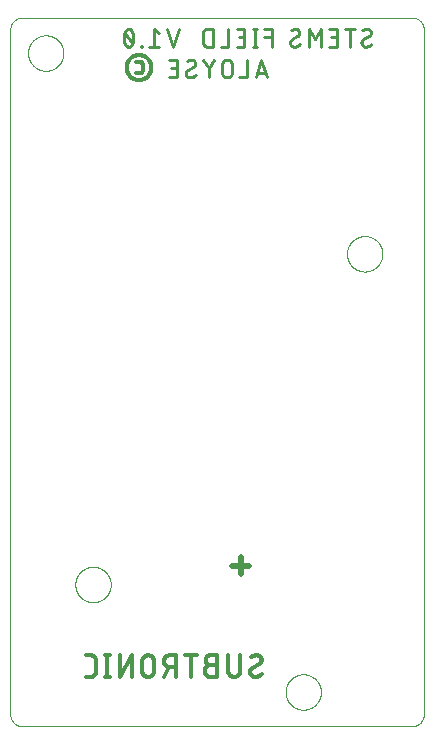
<source format=gbo>
G75*
%MOIN*%
%OFA0B0*%
%FSLAX25Y25*%
%IPPOS*%
%LPD*%
%AMOC8*
5,1,8,0,0,1.08239X$1,22.5*
%
%ADD10C,0.00000*%
%ADD11C,0.01400*%
%ADD12C,0.01100*%
%ADD13C,0.02000*%
%ADD14C,0.01200*%
D10*
X0007206Y0016861D02*
X0137127Y0016861D01*
X0137251Y0016863D01*
X0137374Y0016869D01*
X0137498Y0016878D01*
X0137620Y0016892D01*
X0137743Y0016909D01*
X0137865Y0016931D01*
X0137986Y0016956D01*
X0138106Y0016985D01*
X0138225Y0017017D01*
X0138344Y0017054D01*
X0138461Y0017094D01*
X0138576Y0017137D01*
X0138691Y0017185D01*
X0138803Y0017236D01*
X0138914Y0017290D01*
X0139024Y0017348D01*
X0139131Y0017409D01*
X0139237Y0017474D01*
X0139340Y0017542D01*
X0139441Y0017613D01*
X0139540Y0017687D01*
X0139637Y0017764D01*
X0139731Y0017845D01*
X0139822Y0017928D01*
X0139911Y0018014D01*
X0139997Y0018103D01*
X0140080Y0018194D01*
X0140161Y0018288D01*
X0140238Y0018385D01*
X0140312Y0018484D01*
X0140383Y0018585D01*
X0140451Y0018688D01*
X0140516Y0018794D01*
X0140577Y0018901D01*
X0140635Y0019011D01*
X0140689Y0019122D01*
X0140740Y0019234D01*
X0140788Y0019349D01*
X0140831Y0019464D01*
X0140871Y0019581D01*
X0140908Y0019700D01*
X0140940Y0019819D01*
X0140969Y0019939D01*
X0140994Y0020060D01*
X0141016Y0020182D01*
X0141033Y0020305D01*
X0141047Y0020427D01*
X0141056Y0020551D01*
X0141062Y0020674D01*
X0141064Y0020798D01*
X0141064Y0249145D01*
X0141062Y0249269D01*
X0141056Y0249392D01*
X0141047Y0249516D01*
X0141033Y0249638D01*
X0141016Y0249761D01*
X0140994Y0249883D01*
X0140969Y0250004D01*
X0140940Y0250124D01*
X0140908Y0250243D01*
X0140871Y0250362D01*
X0140831Y0250479D01*
X0140788Y0250594D01*
X0140740Y0250709D01*
X0140689Y0250821D01*
X0140635Y0250932D01*
X0140577Y0251042D01*
X0140516Y0251149D01*
X0140451Y0251255D01*
X0140383Y0251358D01*
X0140312Y0251459D01*
X0140238Y0251558D01*
X0140161Y0251655D01*
X0140080Y0251749D01*
X0139997Y0251840D01*
X0139911Y0251929D01*
X0139822Y0252015D01*
X0139731Y0252098D01*
X0139637Y0252179D01*
X0139540Y0252256D01*
X0139441Y0252330D01*
X0139340Y0252401D01*
X0139237Y0252469D01*
X0139131Y0252534D01*
X0139024Y0252595D01*
X0138914Y0252653D01*
X0138803Y0252707D01*
X0138691Y0252758D01*
X0138576Y0252806D01*
X0138461Y0252849D01*
X0138344Y0252889D01*
X0138225Y0252926D01*
X0138106Y0252958D01*
X0137986Y0252987D01*
X0137865Y0253012D01*
X0137743Y0253034D01*
X0137620Y0253051D01*
X0137498Y0253065D01*
X0137374Y0253074D01*
X0137251Y0253080D01*
X0137127Y0253082D01*
X0007206Y0253082D01*
X0007082Y0253080D01*
X0006959Y0253074D01*
X0006835Y0253065D01*
X0006713Y0253051D01*
X0006590Y0253034D01*
X0006468Y0253012D01*
X0006347Y0252987D01*
X0006227Y0252958D01*
X0006108Y0252926D01*
X0005989Y0252889D01*
X0005872Y0252849D01*
X0005757Y0252806D01*
X0005642Y0252758D01*
X0005530Y0252707D01*
X0005419Y0252653D01*
X0005309Y0252595D01*
X0005202Y0252534D01*
X0005096Y0252469D01*
X0004993Y0252401D01*
X0004892Y0252330D01*
X0004793Y0252256D01*
X0004696Y0252179D01*
X0004602Y0252098D01*
X0004511Y0252015D01*
X0004422Y0251929D01*
X0004336Y0251840D01*
X0004253Y0251749D01*
X0004172Y0251655D01*
X0004095Y0251558D01*
X0004021Y0251459D01*
X0003950Y0251358D01*
X0003882Y0251255D01*
X0003817Y0251149D01*
X0003756Y0251042D01*
X0003698Y0250932D01*
X0003644Y0250821D01*
X0003593Y0250709D01*
X0003545Y0250594D01*
X0003502Y0250479D01*
X0003462Y0250362D01*
X0003425Y0250243D01*
X0003393Y0250124D01*
X0003364Y0250004D01*
X0003339Y0249883D01*
X0003317Y0249761D01*
X0003300Y0249638D01*
X0003286Y0249516D01*
X0003277Y0249392D01*
X0003271Y0249269D01*
X0003269Y0249145D01*
X0003269Y0020798D01*
X0003271Y0020674D01*
X0003277Y0020551D01*
X0003286Y0020427D01*
X0003300Y0020305D01*
X0003317Y0020182D01*
X0003339Y0020060D01*
X0003364Y0019939D01*
X0003393Y0019819D01*
X0003425Y0019700D01*
X0003462Y0019581D01*
X0003502Y0019464D01*
X0003545Y0019349D01*
X0003593Y0019234D01*
X0003644Y0019122D01*
X0003698Y0019011D01*
X0003756Y0018901D01*
X0003817Y0018794D01*
X0003882Y0018688D01*
X0003950Y0018585D01*
X0004021Y0018484D01*
X0004095Y0018385D01*
X0004172Y0018288D01*
X0004253Y0018194D01*
X0004336Y0018103D01*
X0004422Y0018014D01*
X0004511Y0017928D01*
X0004602Y0017845D01*
X0004696Y0017764D01*
X0004793Y0017687D01*
X0004892Y0017613D01*
X0004993Y0017542D01*
X0005096Y0017474D01*
X0005202Y0017409D01*
X0005309Y0017348D01*
X0005419Y0017290D01*
X0005530Y0017236D01*
X0005642Y0017185D01*
X0005757Y0017137D01*
X0005872Y0017094D01*
X0005989Y0017054D01*
X0006108Y0017017D01*
X0006227Y0016985D01*
X0006347Y0016956D01*
X0006468Y0016931D01*
X0006590Y0016909D01*
X0006713Y0016892D01*
X0006835Y0016878D01*
X0006959Y0016869D01*
X0007082Y0016863D01*
X0007206Y0016861D01*
X0024922Y0064106D02*
X0024924Y0064259D01*
X0024930Y0064413D01*
X0024940Y0064566D01*
X0024954Y0064718D01*
X0024972Y0064871D01*
X0024994Y0065022D01*
X0025019Y0065173D01*
X0025049Y0065324D01*
X0025083Y0065474D01*
X0025120Y0065622D01*
X0025161Y0065770D01*
X0025206Y0065916D01*
X0025255Y0066062D01*
X0025308Y0066206D01*
X0025364Y0066348D01*
X0025424Y0066489D01*
X0025488Y0066629D01*
X0025555Y0066767D01*
X0025626Y0066903D01*
X0025701Y0067037D01*
X0025778Y0067169D01*
X0025860Y0067299D01*
X0025944Y0067427D01*
X0026032Y0067553D01*
X0026123Y0067676D01*
X0026217Y0067797D01*
X0026315Y0067915D01*
X0026415Y0068031D01*
X0026519Y0068144D01*
X0026625Y0068255D01*
X0026734Y0068363D01*
X0026846Y0068468D01*
X0026960Y0068569D01*
X0027078Y0068668D01*
X0027197Y0068764D01*
X0027319Y0068857D01*
X0027444Y0068946D01*
X0027571Y0069033D01*
X0027700Y0069115D01*
X0027831Y0069195D01*
X0027964Y0069271D01*
X0028099Y0069344D01*
X0028236Y0069413D01*
X0028375Y0069478D01*
X0028515Y0069540D01*
X0028657Y0069598D01*
X0028800Y0069653D01*
X0028945Y0069704D01*
X0029091Y0069751D01*
X0029238Y0069794D01*
X0029386Y0069833D01*
X0029535Y0069869D01*
X0029685Y0069900D01*
X0029836Y0069928D01*
X0029987Y0069952D01*
X0030140Y0069972D01*
X0030292Y0069988D01*
X0030445Y0070000D01*
X0030598Y0070008D01*
X0030751Y0070012D01*
X0030905Y0070012D01*
X0031058Y0070008D01*
X0031211Y0070000D01*
X0031364Y0069988D01*
X0031516Y0069972D01*
X0031669Y0069952D01*
X0031820Y0069928D01*
X0031971Y0069900D01*
X0032121Y0069869D01*
X0032270Y0069833D01*
X0032418Y0069794D01*
X0032565Y0069751D01*
X0032711Y0069704D01*
X0032856Y0069653D01*
X0032999Y0069598D01*
X0033141Y0069540D01*
X0033281Y0069478D01*
X0033420Y0069413D01*
X0033557Y0069344D01*
X0033692Y0069271D01*
X0033825Y0069195D01*
X0033956Y0069115D01*
X0034085Y0069033D01*
X0034212Y0068946D01*
X0034337Y0068857D01*
X0034459Y0068764D01*
X0034578Y0068668D01*
X0034696Y0068569D01*
X0034810Y0068468D01*
X0034922Y0068363D01*
X0035031Y0068255D01*
X0035137Y0068144D01*
X0035241Y0068031D01*
X0035341Y0067915D01*
X0035439Y0067797D01*
X0035533Y0067676D01*
X0035624Y0067553D01*
X0035712Y0067427D01*
X0035796Y0067299D01*
X0035878Y0067169D01*
X0035955Y0067037D01*
X0036030Y0066903D01*
X0036101Y0066767D01*
X0036168Y0066629D01*
X0036232Y0066489D01*
X0036292Y0066348D01*
X0036348Y0066206D01*
X0036401Y0066062D01*
X0036450Y0065916D01*
X0036495Y0065770D01*
X0036536Y0065622D01*
X0036573Y0065474D01*
X0036607Y0065324D01*
X0036637Y0065173D01*
X0036662Y0065022D01*
X0036684Y0064871D01*
X0036702Y0064718D01*
X0036716Y0064566D01*
X0036726Y0064413D01*
X0036732Y0064259D01*
X0036734Y0064106D01*
X0036732Y0063953D01*
X0036726Y0063799D01*
X0036716Y0063646D01*
X0036702Y0063494D01*
X0036684Y0063341D01*
X0036662Y0063190D01*
X0036637Y0063039D01*
X0036607Y0062888D01*
X0036573Y0062738D01*
X0036536Y0062590D01*
X0036495Y0062442D01*
X0036450Y0062296D01*
X0036401Y0062150D01*
X0036348Y0062006D01*
X0036292Y0061864D01*
X0036232Y0061723D01*
X0036168Y0061583D01*
X0036101Y0061445D01*
X0036030Y0061309D01*
X0035955Y0061175D01*
X0035878Y0061043D01*
X0035796Y0060913D01*
X0035712Y0060785D01*
X0035624Y0060659D01*
X0035533Y0060536D01*
X0035439Y0060415D01*
X0035341Y0060297D01*
X0035241Y0060181D01*
X0035137Y0060068D01*
X0035031Y0059957D01*
X0034922Y0059849D01*
X0034810Y0059744D01*
X0034696Y0059643D01*
X0034578Y0059544D01*
X0034459Y0059448D01*
X0034337Y0059355D01*
X0034212Y0059266D01*
X0034085Y0059179D01*
X0033956Y0059097D01*
X0033825Y0059017D01*
X0033692Y0058941D01*
X0033557Y0058868D01*
X0033420Y0058799D01*
X0033281Y0058734D01*
X0033141Y0058672D01*
X0032999Y0058614D01*
X0032856Y0058559D01*
X0032711Y0058508D01*
X0032565Y0058461D01*
X0032418Y0058418D01*
X0032270Y0058379D01*
X0032121Y0058343D01*
X0031971Y0058312D01*
X0031820Y0058284D01*
X0031669Y0058260D01*
X0031516Y0058240D01*
X0031364Y0058224D01*
X0031211Y0058212D01*
X0031058Y0058204D01*
X0030905Y0058200D01*
X0030751Y0058200D01*
X0030598Y0058204D01*
X0030445Y0058212D01*
X0030292Y0058224D01*
X0030140Y0058240D01*
X0029987Y0058260D01*
X0029836Y0058284D01*
X0029685Y0058312D01*
X0029535Y0058343D01*
X0029386Y0058379D01*
X0029238Y0058418D01*
X0029091Y0058461D01*
X0028945Y0058508D01*
X0028800Y0058559D01*
X0028657Y0058614D01*
X0028515Y0058672D01*
X0028375Y0058734D01*
X0028236Y0058799D01*
X0028099Y0058868D01*
X0027964Y0058941D01*
X0027831Y0059017D01*
X0027700Y0059097D01*
X0027571Y0059179D01*
X0027444Y0059266D01*
X0027319Y0059355D01*
X0027197Y0059448D01*
X0027078Y0059544D01*
X0026960Y0059643D01*
X0026846Y0059744D01*
X0026734Y0059849D01*
X0026625Y0059957D01*
X0026519Y0060068D01*
X0026415Y0060181D01*
X0026315Y0060297D01*
X0026217Y0060415D01*
X0026123Y0060536D01*
X0026032Y0060659D01*
X0025944Y0060785D01*
X0025860Y0060913D01*
X0025778Y0061043D01*
X0025701Y0061175D01*
X0025626Y0061309D01*
X0025555Y0061445D01*
X0025488Y0061583D01*
X0025424Y0061723D01*
X0025364Y0061864D01*
X0025308Y0062006D01*
X0025255Y0062150D01*
X0025206Y0062296D01*
X0025161Y0062442D01*
X0025120Y0062590D01*
X0025083Y0062738D01*
X0025049Y0062888D01*
X0025019Y0063039D01*
X0024994Y0063190D01*
X0024972Y0063341D01*
X0024954Y0063494D01*
X0024940Y0063646D01*
X0024930Y0063799D01*
X0024924Y0063953D01*
X0024922Y0064106D01*
X0095000Y0028279D02*
X0095002Y0028432D01*
X0095008Y0028586D01*
X0095018Y0028739D01*
X0095032Y0028891D01*
X0095050Y0029044D01*
X0095072Y0029195D01*
X0095097Y0029346D01*
X0095127Y0029497D01*
X0095161Y0029647D01*
X0095198Y0029795D01*
X0095239Y0029943D01*
X0095284Y0030089D01*
X0095333Y0030235D01*
X0095386Y0030379D01*
X0095442Y0030521D01*
X0095502Y0030662D01*
X0095566Y0030802D01*
X0095633Y0030940D01*
X0095704Y0031076D01*
X0095779Y0031210D01*
X0095856Y0031342D01*
X0095938Y0031472D01*
X0096022Y0031600D01*
X0096110Y0031726D01*
X0096201Y0031849D01*
X0096295Y0031970D01*
X0096393Y0032088D01*
X0096493Y0032204D01*
X0096597Y0032317D01*
X0096703Y0032428D01*
X0096812Y0032536D01*
X0096924Y0032641D01*
X0097038Y0032742D01*
X0097156Y0032841D01*
X0097275Y0032937D01*
X0097397Y0033030D01*
X0097522Y0033119D01*
X0097649Y0033206D01*
X0097778Y0033288D01*
X0097909Y0033368D01*
X0098042Y0033444D01*
X0098177Y0033517D01*
X0098314Y0033586D01*
X0098453Y0033651D01*
X0098593Y0033713D01*
X0098735Y0033771D01*
X0098878Y0033826D01*
X0099023Y0033877D01*
X0099169Y0033924D01*
X0099316Y0033967D01*
X0099464Y0034006D01*
X0099613Y0034042D01*
X0099763Y0034073D01*
X0099914Y0034101D01*
X0100065Y0034125D01*
X0100218Y0034145D01*
X0100370Y0034161D01*
X0100523Y0034173D01*
X0100676Y0034181D01*
X0100829Y0034185D01*
X0100983Y0034185D01*
X0101136Y0034181D01*
X0101289Y0034173D01*
X0101442Y0034161D01*
X0101594Y0034145D01*
X0101747Y0034125D01*
X0101898Y0034101D01*
X0102049Y0034073D01*
X0102199Y0034042D01*
X0102348Y0034006D01*
X0102496Y0033967D01*
X0102643Y0033924D01*
X0102789Y0033877D01*
X0102934Y0033826D01*
X0103077Y0033771D01*
X0103219Y0033713D01*
X0103359Y0033651D01*
X0103498Y0033586D01*
X0103635Y0033517D01*
X0103770Y0033444D01*
X0103903Y0033368D01*
X0104034Y0033288D01*
X0104163Y0033206D01*
X0104290Y0033119D01*
X0104415Y0033030D01*
X0104537Y0032937D01*
X0104656Y0032841D01*
X0104774Y0032742D01*
X0104888Y0032641D01*
X0105000Y0032536D01*
X0105109Y0032428D01*
X0105215Y0032317D01*
X0105319Y0032204D01*
X0105419Y0032088D01*
X0105517Y0031970D01*
X0105611Y0031849D01*
X0105702Y0031726D01*
X0105790Y0031600D01*
X0105874Y0031472D01*
X0105956Y0031342D01*
X0106033Y0031210D01*
X0106108Y0031076D01*
X0106179Y0030940D01*
X0106246Y0030802D01*
X0106310Y0030662D01*
X0106370Y0030521D01*
X0106426Y0030379D01*
X0106479Y0030235D01*
X0106528Y0030089D01*
X0106573Y0029943D01*
X0106614Y0029795D01*
X0106651Y0029647D01*
X0106685Y0029497D01*
X0106715Y0029346D01*
X0106740Y0029195D01*
X0106762Y0029044D01*
X0106780Y0028891D01*
X0106794Y0028739D01*
X0106804Y0028586D01*
X0106810Y0028432D01*
X0106812Y0028279D01*
X0106810Y0028126D01*
X0106804Y0027972D01*
X0106794Y0027819D01*
X0106780Y0027667D01*
X0106762Y0027514D01*
X0106740Y0027363D01*
X0106715Y0027212D01*
X0106685Y0027061D01*
X0106651Y0026911D01*
X0106614Y0026763D01*
X0106573Y0026615D01*
X0106528Y0026469D01*
X0106479Y0026323D01*
X0106426Y0026179D01*
X0106370Y0026037D01*
X0106310Y0025896D01*
X0106246Y0025756D01*
X0106179Y0025618D01*
X0106108Y0025482D01*
X0106033Y0025348D01*
X0105956Y0025216D01*
X0105874Y0025086D01*
X0105790Y0024958D01*
X0105702Y0024832D01*
X0105611Y0024709D01*
X0105517Y0024588D01*
X0105419Y0024470D01*
X0105319Y0024354D01*
X0105215Y0024241D01*
X0105109Y0024130D01*
X0105000Y0024022D01*
X0104888Y0023917D01*
X0104774Y0023816D01*
X0104656Y0023717D01*
X0104537Y0023621D01*
X0104415Y0023528D01*
X0104290Y0023439D01*
X0104163Y0023352D01*
X0104034Y0023270D01*
X0103903Y0023190D01*
X0103770Y0023114D01*
X0103635Y0023041D01*
X0103498Y0022972D01*
X0103359Y0022907D01*
X0103219Y0022845D01*
X0103077Y0022787D01*
X0102934Y0022732D01*
X0102789Y0022681D01*
X0102643Y0022634D01*
X0102496Y0022591D01*
X0102348Y0022552D01*
X0102199Y0022516D01*
X0102049Y0022485D01*
X0101898Y0022457D01*
X0101747Y0022433D01*
X0101594Y0022413D01*
X0101442Y0022397D01*
X0101289Y0022385D01*
X0101136Y0022377D01*
X0100983Y0022373D01*
X0100829Y0022373D01*
X0100676Y0022377D01*
X0100523Y0022385D01*
X0100370Y0022397D01*
X0100218Y0022413D01*
X0100065Y0022433D01*
X0099914Y0022457D01*
X0099763Y0022485D01*
X0099613Y0022516D01*
X0099464Y0022552D01*
X0099316Y0022591D01*
X0099169Y0022634D01*
X0099023Y0022681D01*
X0098878Y0022732D01*
X0098735Y0022787D01*
X0098593Y0022845D01*
X0098453Y0022907D01*
X0098314Y0022972D01*
X0098177Y0023041D01*
X0098042Y0023114D01*
X0097909Y0023190D01*
X0097778Y0023270D01*
X0097649Y0023352D01*
X0097522Y0023439D01*
X0097397Y0023528D01*
X0097275Y0023621D01*
X0097156Y0023717D01*
X0097038Y0023816D01*
X0096924Y0023917D01*
X0096812Y0024022D01*
X0096703Y0024130D01*
X0096597Y0024241D01*
X0096493Y0024354D01*
X0096393Y0024470D01*
X0096295Y0024588D01*
X0096201Y0024709D01*
X0096110Y0024832D01*
X0096022Y0024958D01*
X0095938Y0025086D01*
X0095856Y0025216D01*
X0095779Y0025348D01*
X0095704Y0025482D01*
X0095633Y0025618D01*
X0095566Y0025756D01*
X0095502Y0025896D01*
X0095442Y0026037D01*
X0095386Y0026179D01*
X0095333Y0026323D01*
X0095284Y0026469D01*
X0095239Y0026615D01*
X0095198Y0026763D01*
X0095161Y0026911D01*
X0095127Y0027061D01*
X0095097Y0027212D01*
X0095072Y0027363D01*
X0095050Y0027514D01*
X0095032Y0027667D01*
X0095018Y0027819D01*
X0095008Y0027972D01*
X0095002Y0028126D01*
X0095000Y0028279D01*
X0115473Y0174342D02*
X0115475Y0174495D01*
X0115481Y0174649D01*
X0115491Y0174802D01*
X0115505Y0174954D01*
X0115523Y0175107D01*
X0115545Y0175258D01*
X0115570Y0175409D01*
X0115600Y0175560D01*
X0115634Y0175710D01*
X0115671Y0175858D01*
X0115712Y0176006D01*
X0115757Y0176152D01*
X0115806Y0176298D01*
X0115859Y0176442D01*
X0115915Y0176584D01*
X0115975Y0176725D01*
X0116039Y0176865D01*
X0116106Y0177003D01*
X0116177Y0177139D01*
X0116252Y0177273D01*
X0116329Y0177405D01*
X0116411Y0177535D01*
X0116495Y0177663D01*
X0116583Y0177789D01*
X0116674Y0177912D01*
X0116768Y0178033D01*
X0116866Y0178151D01*
X0116966Y0178267D01*
X0117070Y0178380D01*
X0117176Y0178491D01*
X0117285Y0178599D01*
X0117397Y0178704D01*
X0117511Y0178805D01*
X0117629Y0178904D01*
X0117748Y0179000D01*
X0117870Y0179093D01*
X0117995Y0179182D01*
X0118122Y0179269D01*
X0118251Y0179351D01*
X0118382Y0179431D01*
X0118515Y0179507D01*
X0118650Y0179580D01*
X0118787Y0179649D01*
X0118926Y0179714D01*
X0119066Y0179776D01*
X0119208Y0179834D01*
X0119351Y0179889D01*
X0119496Y0179940D01*
X0119642Y0179987D01*
X0119789Y0180030D01*
X0119937Y0180069D01*
X0120086Y0180105D01*
X0120236Y0180136D01*
X0120387Y0180164D01*
X0120538Y0180188D01*
X0120691Y0180208D01*
X0120843Y0180224D01*
X0120996Y0180236D01*
X0121149Y0180244D01*
X0121302Y0180248D01*
X0121456Y0180248D01*
X0121609Y0180244D01*
X0121762Y0180236D01*
X0121915Y0180224D01*
X0122067Y0180208D01*
X0122220Y0180188D01*
X0122371Y0180164D01*
X0122522Y0180136D01*
X0122672Y0180105D01*
X0122821Y0180069D01*
X0122969Y0180030D01*
X0123116Y0179987D01*
X0123262Y0179940D01*
X0123407Y0179889D01*
X0123550Y0179834D01*
X0123692Y0179776D01*
X0123832Y0179714D01*
X0123971Y0179649D01*
X0124108Y0179580D01*
X0124243Y0179507D01*
X0124376Y0179431D01*
X0124507Y0179351D01*
X0124636Y0179269D01*
X0124763Y0179182D01*
X0124888Y0179093D01*
X0125010Y0179000D01*
X0125129Y0178904D01*
X0125247Y0178805D01*
X0125361Y0178704D01*
X0125473Y0178599D01*
X0125582Y0178491D01*
X0125688Y0178380D01*
X0125792Y0178267D01*
X0125892Y0178151D01*
X0125990Y0178033D01*
X0126084Y0177912D01*
X0126175Y0177789D01*
X0126263Y0177663D01*
X0126347Y0177535D01*
X0126429Y0177405D01*
X0126506Y0177273D01*
X0126581Y0177139D01*
X0126652Y0177003D01*
X0126719Y0176865D01*
X0126783Y0176725D01*
X0126843Y0176584D01*
X0126899Y0176442D01*
X0126952Y0176298D01*
X0127001Y0176152D01*
X0127046Y0176006D01*
X0127087Y0175858D01*
X0127124Y0175710D01*
X0127158Y0175560D01*
X0127188Y0175409D01*
X0127213Y0175258D01*
X0127235Y0175107D01*
X0127253Y0174954D01*
X0127267Y0174802D01*
X0127277Y0174649D01*
X0127283Y0174495D01*
X0127285Y0174342D01*
X0127283Y0174189D01*
X0127277Y0174035D01*
X0127267Y0173882D01*
X0127253Y0173730D01*
X0127235Y0173577D01*
X0127213Y0173426D01*
X0127188Y0173275D01*
X0127158Y0173124D01*
X0127124Y0172974D01*
X0127087Y0172826D01*
X0127046Y0172678D01*
X0127001Y0172532D01*
X0126952Y0172386D01*
X0126899Y0172242D01*
X0126843Y0172100D01*
X0126783Y0171959D01*
X0126719Y0171819D01*
X0126652Y0171681D01*
X0126581Y0171545D01*
X0126506Y0171411D01*
X0126429Y0171279D01*
X0126347Y0171149D01*
X0126263Y0171021D01*
X0126175Y0170895D01*
X0126084Y0170772D01*
X0125990Y0170651D01*
X0125892Y0170533D01*
X0125792Y0170417D01*
X0125688Y0170304D01*
X0125582Y0170193D01*
X0125473Y0170085D01*
X0125361Y0169980D01*
X0125247Y0169879D01*
X0125129Y0169780D01*
X0125010Y0169684D01*
X0124888Y0169591D01*
X0124763Y0169502D01*
X0124636Y0169415D01*
X0124507Y0169333D01*
X0124376Y0169253D01*
X0124243Y0169177D01*
X0124108Y0169104D01*
X0123971Y0169035D01*
X0123832Y0168970D01*
X0123692Y0168908D01*
X0123550Y0168850D01*
X0123407Y0168795D01*
X0123262Y0168744D01*
X0123116Y0168697D01*
X0122969Y0168654D01*
X0122821Y0168615D01*
X0122672Y0168579D01*
X0122522Y0168548D01*
X0122371Y0168520D01*
X0122220Y0168496D01*
X0122067Y0168476D01*
X0121915Y0168460D01*
X0121762Y0168448D01*
X0121609Y0168440D01*
X0121456Y0168436D01*
X0121302Y0168436D01*
X0121149Y0168440D01*
X0120996Y0168448D01*
X0120843Y0168460D01*
X0120691Y0168476D01*
X0120538Y0168496D01*
X0120387Y0168520D01*
X0120236Y0168548D01*
X0120086Y0168579D01*
X0119937Y0168615D01*
X0119789Y0168654D01*
X0119642Y0168697D01*
X0119496Y0168744D01*
X0119351Y0168795D01*
X0119208Y0168850D01*
X0119066Y0168908D01*
X0118926Y0168970D01*
X0118787Y0169035D01*
X0118650Y0169104D01*
X0118515Y0169177D01*
X0118382Y0169253D01*
X0118251Y0169333D01*
X0118122Y0169415D01*
X0117995Y0169502D01*
X0117870Y0169591D01*
X0117748Y0169684D01*
X0117629Y0169780D01*
X0117511Y0169879D01*
X0117397Y0169980D01*
X0117285Y0170085D01*
X0117176Y0170193D01*
X0117070Y0170304D01*
X0116966Y0170417D01*
X0116866Y0170533D01*
X0116768Y0170651D01*
X0116674Y0170772D01*
X0116583Y0170895D01*
X0116495Y0171021D01*
X0116411Y0171149D01*
X0116329Y0171279D01*
X0116252Y0171411D01*
X0116177Y0171545D01*
X0116106Y0171681D01*
X0116039Y0171819D01*
X0115975Y0171959D01*
X0115915Y0172100D01*
X0115859Y0172242D01*
X0115806Y0172386D01*
X0115757Y0172532D01*
X0115712Y0172678D01*
X0115671Y0172826D01*
X0115634Y0172974D01*
X0115600Y0173124D01*
X0115570Y0173275D01*
X0115545Y0173426D01*
X0115523Y0173577D01*
X0115505Y0173730D01*
X0115491Y0173882D01*
X0115481Y0174035D01*
X0115475Y0174189D01*
X0115473Y0174342D01*
X0009174Y0241271D02*
X0009176Y0241424D01*
X0009182Y0241578D01*
X0009192Y0241731D01*
X0009206Y0241883D01*
X0009224Y0242036D01*
X0009246Y0242187D01*
X0009271Y0242338D01*
X0009301Y0242489D01*
X0009335Y0242639D01*
X0009372Y0242787D01*
X0009413Y0242935D01*
X0009458Y0243081D01*
X0009507Y0243227D01*
X0009560Y0243371D01*
X0009616Y0243513D01*
X0009676Y0243654D01*
X0009740Y0243794D01*
X0009807Y0243932D01*
X0009878Y0244068D01*
X0009953Y0244202D01*
X0010030Y0244334D01*
X0010112Y0244464D01*
X0010196Y0244592D01*
X0010284Y0244718D01*
X0010375Y0244841D01*
X0010469Y0244962D01*
X0010567Y0245080D01*
X0010667Y0245196D01*
X0010771Y0245309D01*
X0010877Y0245420D01*
X0010986Y0245528D01*
X0011098Y0245633D01*
X0011212Y0245734D01*
X0011330Y0245833D01*
X0011449Y0245929D01*
X0011571Y0246022D01*
X0011696Y0246111D01*
X0011823Y0246198D01*
X0011952Y0246280D01*
X0012083Y0246360D01*
X0012216Y0246436D01*
X0012351Y0246509D01*
X0012488Y0246578D01*
X0012627Y0246643D01*
X0012767Y0246705D01*
X0012909Y0246763D01*
X0013052Y0246818D01*
X0013197Y0246869D01*
X0013343Y0246916D01*
X0013490Y0246959D01*
X0013638Y0246998D01*
X0013787Y0247034D01*
X0013937Y0247065D01*
X0014088Y0247093D01*
X0014239Y0247117D01*
X0014392Y0247137D01*
X0014544Y0247153D01*
X0014697Y0247165D01*
X0014850Y0247173D01*
X0015003Y0247177D01*
X0015157Y0247177D01*
X0015310Y0247173D01*
X0015463Y0247165D01*
X0015616Y0247153D01*
X0015768Y0247137D01*
X0015921Y0247117D01*
X0016072Y0247093D01*
X0016223Y0247065D01*
X0016373Y0247034D01*
X0016522Y0246998D01*
X0016670Y0246959D01*
X0016817Y0246916D01*
X0016963Y0246869D01*
X0017108Y0246818D01*
X0017251Y0246763D01*
X0017393Y0246705D01*
X0017533Y0246643D01*
X0017672Y0246578D01*
X0017809Y0246509D01*
X0017944Y0246436D01*
X0018077Y0246360D01*
X0018208Y0246280D01*
X0018337Y0246198D01*
X0018464Y0246111D01*
X0018589Y0246022D01*
X0018711Y0245929D01*
X0018830Y0245833D01*
X0018948Y0245734D01*
X0019062Y0245633D01*
X0019174Y0245528D01*
X0019283Y0245420D01*
X0019389Y0245309D01*
X0019493Y0245196D01*
X0019593Y0245080D01*
X0019691Y0244962D01*
X0019785Y0244841D01*
X0019876Y0244718D01*
X0019964Y0244592D01*
X0020048Y0244464D01*
X0020130Y0244334D01*
X0020207Y0244202D01*
X0020282Y0244068D01*
X0020353Y0243932D01*
X0020420Y0243794D01*
X0020484Y0243654D01*
X0020544Y0243513D01*
X0020600Y0243371D01*
X0020653Y0243227D01*
X0020702Y0243081D01*
X0020747Y0242935D01*
X0020788Y0242787D01*
X0020825Y0242639D01*
X0020859Y0242489D01*
X0020889Y0242338D01*
X0020914Y0242187D01*
X0020936Y0242036D01*
X0020954Y0241883D01*
X0020968Y0241731D01*
X0020978Y0241578D01*
X0020984Y0241424D01*
X0020986Y0241271D01*
X0020984Y0241118D01*
X0020978Y0240964D01*
X0020968Y0240811D01*
X0020954Y0240659D01*
X0020936Y0240506D01*
X0020914Y0240355D01*
X0020889Y0240204D01*
X0020859Y0240053D01*
X0020825Y0239903D01*
X0020788Y0239755D01*
X0020747Y0239607D01*
X0020702Y0239461D01*
X0020653Y0239315D01*
X0020600Y0239171D01*
X0020544Y0239029D01*
X0020484Y0238888D01*
X0020420Y0238748D01*
X0020353Y0238610D01*
X0020282Y0238474D01*
X0020207Y0238340D01*
X0020130Y0238208D01*
X0020048Y0238078D01*
X0019964Y0237950D01*
X0019876Y0237824D01*
X0019785Y0237701D01*
X0019691Y0237580D01*
X0019593Y0237462D01*
X0019493Y0237346D01*
X0019389Y0237233D01*
X0019283Y0237122D01*
X0019174Y0237014D01*
X0019062Y0236909D01*
X0018948Y0236808D01*
X0018830Y0236709D01*
X0018711Y0236613D01*
X0018589Y0236520D01*
X0018464Y0236431D01*
X0018337Y0236344D01*
X0018208Y0236262D01*
X0018077Y0236182D01*
X0017944Y0236106D01*
X0017809Y0236033D01*
X0017672Y0235964D01*
X0017533Y0235899D01*
X0017393Y0235837D01*
X0017251Y0235779D01*
X0017108Y0235724D01*
X0016963Y0235673D01*
X0016817Y0235626D01*
X0016670Y0235583D01*
X0016522Y0235544D01*
X0016373Y0235508D01*
X0016223Y0235477D01*
X0016072Y0235449D01*
X0015921Y0235425D01*
X0015768Y0235405D01*
X0015616Y0235389D01*
X0015463Y0235377D01*
X0015310Y0235369D01*
X0015157Y0235365D01*
X0015003Y0235365D01*
X0014850Y0235369D01*
X0014697Y0235377D01*
X0014544Y0235389D01*
X0014392Y0235405D01*
X0014239Y0235425D01*
X0014088Y0235449D01*
X0013937Y0235477D01*
X0013787Y0235508D01*
X0013638Y0235544D01*
X0013490Y0235583D01*
X0013343Y0235626D01*
X0013197Y0235673D01*
X0013052Y0235724D01*
X0012909Y0235779D01*
X0012767Y0235837D01*
X0012627Y0235899D01*
X0012488Y0235964D01*
X0012351Y0236033D01*
X0012216Y0236106D01*
X0012083Y0236182D01*
X0011952Y0236262D01*
X0011823Y0236344D01*
X0011696Y0236431D01*
X0011571Y0236520D01*
X0011449Y0236613D01*
X0011330Y0236709D01*
X0011212Y0236808D01*
X0011098Y0236909D01*
X0010986Y0237014D01*
X0010877Y0237122D01*
X0010771Y0237233D01*
X0010667Y0237346D01*
X0010567Y0237462D01*
X0010469Y0237580D01*
X0010375Y0237701D01*
X0010284Y0237824D01*
X0010196Y0237950D01*
X0010112Y0238078D01*
X0010030Y0238208D01*
X0009953Y0238340D01*
X0009878Y0238474D01*
X0009807Y0238610D01*
X0009740Y0238748D01*
X0009676Y0238888D01*
X0009616Y0239029D01*
X0009560Y0239171D01*
X0009507Y0239315D01*
X0009458Y0239461D01*
X0009413Y0239607D01*
X0009372Y0239755D01*
X0009335Y0239903D01*
X0009301Y0240053D01*
X0009271Y0240204D01*
X0009246Y0240355D01*
X0009224Y0240506D01*
X0009206Y0240659D01*
X0009192Y0240811D01*
X0009182Y0240964D01*
X0009176Y0241118D01*
X0009174Y0241271D01*
D11*
X0028568Y0040509D02*
X0030168Y0040509D01*
X0030247Y0040507D01*
X0030325Y0040501D01*
X0030403Y0040492D01*
X0030480Y0040478D01*
X0030557Y0040461D01*
X0030632Y0040440D01*
X0030707Y0040415D01*
X0030780Y0040387D01*
X0030852Y0040355D01*
X0030922Y0040320D01*
X0030991Y0040281D01*
X0031057Y0040239D01*
X0031121Y0040194D01*
X0031183Y0040146D01*
X0031242Y0040095D01*
X0031299Y0040040D01*
X0031354Y0039983D01*
X0031405Y0039924D01*
X0031453Y0039862D01*
X0031498Y0039798D01*
X0031540Y0039732D01*
X0031579Y0039663D01*
X0031614Y0039593D01*
X0031646Y0039521D01*
X0031674Y0039448D01*
X0031699Y0039373D01*
X0031720Y0039298D01*
X0031737Y0039221D01*
X0031751Y0039144D01*
X0031760Y0039066D01*
X0031766Y0038988D01*
X0031768Y0038909D01*
X0031768Y0034909D01*
X0031766Y0034830D01*
X0031760Y0034752D01*
X0031751Y0034674D01*
X0031737Y0034597D01*
X0031720Y0034520D01*
X0031699Y0034445D01*
X0031674Y0034370D01*
X0031646Y0034297D01*
X0031614Y0034225D01*
X0031579Y0034155D01*
X0031540Y0034086D01*
X0031498Y0034020D01*
X0031453Y0033956D01*
X0031405Y0033894D01*
X0031354Y0033835D01*
X0031299Y0033778D01*
X0031242Y0033723D01*
X0031183Y0033672D01*
X0031121Y0033624D01*
X0031057Y0033579D01*
X0030991Y0033537D01*
X0030922Y0033498D01*
X0030852Y0033463D01*
X0030780Y0033431D01*
X0030707Y0033403D01*
X0030632Y0033378D01*
X0030557Y0033357D01*
X0030480Y0033340D01*
X0030403Y0033326D01*
X0030325Y0033317D01*
X0030247Y0033311D01*
X0030168Y0033309D01*
X0028568Y0033309D01*
X0034784Y0033309D02*
X0036384Y0033309D01*
X0035584Y0033309D02*
X0035584Y0040509D01*
X0036384Y0040509D02*
X0034784Y0040509D01*
X0039666Y0040509D02*
X0039666Y0033309D01*
X0043666Y0040509D01*
X0043666Y0033309D01*
X0047208Y0035309D02*
X0047208Y0038509D01*
X0047210Y0038597D01*
X0047216Y0038686D01*
X0047226Y0038774D01*
X0047239Y0038861D01*
X0047257Y0038948D01*
X0047278Y0039034D01*
X0047303Y0039119D01*
X0047332Y0039202D01*
X0047365Y0039285D01*
X0047401Y0039365D01*
X0047440Y0039444D01*
X0047483Y0039522D01*
X0047530Y0039597D01*
X0047580Y0039670D01*
X0047633Y0039741D01*
X0047689Y0039810D01*
X0047748Y0039876D01*
X0047810Y0039939D01*
X0047874Y0039999D01*
X0047941Y0040057D01*
X0048011Y0040111D01*
X0048083Y0040163D01*
X0048157Y0040211D01*
X0048234Y0040256D01*
X0048312Y0040297D01*
X0048392Y0040335D01*
X0048473Y0040369D01*
X0048556Y0040400D01*
X0048641Y0040427D01*
X0048726Y0040450D01*
X0048812Y0040469D01*
X0048900Y0040485D01*
X0048987Y0040497D01*
X0049075Y0040505D01*
X0049164Y0040509D01*
X0049252Y0040509D01*
X0049341Y0040505D01*
X0049429Y0040497D01*
X0049516Y0040485D01*
X0049604Y0040469D01*
X0049690Y0040450D01*
X0049775Y0040427D01*
X0049860Y0040400D01*
X0049943Y0040369D01*
X0050024Y0040335D01*
X0050104Y0040297D01*
X0050182Y0040256D01*
X0050259Y0040211D01*
X0050333Y0040163D01*
X0050405Y0040111D01*
X0050475Y0040057D01*
X0050542Y0039999D01*
X0050606Y0039939D01*
X0050668Y0039876D01*
X0050727Y0039810D01*
X0050783Y0039741D01*
X0050836Y0039670D01*
X0050886Y0039597D01*
X0050933Y0039522D01*
X0050976Y0039444D01*
X0051015Y0039365D01*
X0051051Y0039285D01*
X0051084Y0039202D01*
X0051113Y0039119D01*
X0051138Y0039034D01*
X0051159Y0038948D01*
X0051177Y0038861D01*
X0051190Y0038774D01*
X0051200Y0038686D01*
X0051206Y0038597D01*
X0051208Y0038509D01*
X0051208Y0035309D01*
X0051206Y0035221D01*
X0051200Y0035132D01*
X0051190Y0035044D01*
X0051177Y0034957D01*
X0051159Y0034870D01*
X0051138Y0034784D01*
X0051113Y0034699D01*
X0051084Y0034616D01*
X0051051Y0034533D01*
X0051015Y0034453D01*
X0050976Y0034374D01*
X0050933Y0034296D01*
X0050886Y0034221D01*
X0050836Y0034148D01*
X0050783Y0034077D01*
X0050727Y0034008D01*
X0050668Y0033942D01*
X0050606Y0033879D01*
X0050542Y0033819D01*
X0050475Y0033761D01*
X0050405Y0033707D01*
X0050333Y0033655D01*
X0050259Y0033607D01*
X0050182Y0033562D01*
X0050104Y0033521D01*
X0050024Y0033483D01*
X0049943Y0033449D01*
X0049860Y0033418D01*
X0049775Y0033391D01*
X0049690Y0033368D01*
X0049604Y0033349D01*
X0049516Y0033333D01*
X0049429Y0033321D01*
X0049341Y0033313D01*
X0049252Y0033309D01*
X0049164Y0033309D01*
X0049075Y0033313D01*
X0048987Y0033321D01*
X0048900Y0033333D01*
X0048812Y0033349D01*
X0048726Y0033368D01*
X0048641Y0033391D01*
X0048556Y0033418D01*
X0048473Y0033449D01*
X0048392Y0033483D01*
X0048312Y0033521D01*
X0048234Y0033562D01*
X0048157Y0033607D01*
X0048083Y0033655D01*
X0048011Y0033707D01*
X0047941Y0033761D01*
X0047874Y0033819D01*
X0047810Y0033879D01*
X0047748Y0033942D01*
X0047689Y0034008D01*
X0047633Y0034077D01*
X0047580Y0034148D01*
X0047530Y0034221D01*
X0047483Y0034296D01*
X0047440Y0034374D01*
X0047401Y0034453D01*
X0047365Y0034533D01*
X0047332Y0034616D01*
X0047303Y0034699D01*
X0047278Y0034784D01*
X0047257Y0034870D01*
X0047239Y0034957D01*
X0047226Y0035044D01*
X0047216Y0035132D01*
X0047210Y0035221D01*
X0047208Y0035309D01*
X0054449Y0033309D02*
X0056049Y0036509D01*
X0056449Y0036509D02*
X0058449Y0036509D01*
X0056449Y0036509D02*
X0056361Y0036511D01*
X0056272Y0036517D01*
X0056184Y0036527D01*
X0056097Y0036540D01*
X0056010Y0036558D01*
X0055924Y0036579D01*
X0055839Y0036604D01*
X0055756Y0036633D01*
X0055673Y0036666D01*
X0055593Y0036702D01*
X0055514Y0036741D01*
X0055436Y0036784D01*
X0055361Y0036831D01*
X0055288Y0036881D01*
X0055217Y0036934D01*
X0055148Y0036990D01*
X0055082Y0037049D01*
X0055019Y0037111D01*
X0054959Y0037175D01*
X0054901Y0037242D01*
X0054847Y0037312D01*
X0054795Y0037384D01*
X0054747Y0037458D01*
X0054702Y0037535D01*
X0054661Y0037613D01*
X0054623Y0037693D01*
X0054589Y0037774D01*
X0054558Y0037857D01*
X0054531Y0037942D01*
X0054508Y0038027D01*
X0054489Y0038113D01*
X0054473Y0038201D01*
X0054461Y0038288D01*
X0054453Y0038376D01*
X0054449Y0038465D01*
X0054449Y0038553D01*
X0054453Y0038642D01*
X0054461Y0038730D01*
X0054473Y0038817D01*
X0054489Y0038905D01*
X0054508Y0038991D01*
X0054531Y0039076D01*
X0054558Y0039161D01*
X0054589Y0039244D01*
X0054623Y0039325D01*
X0054661Y0039405D01*
X0054702Y0039483D01*
X0054747Y0039560D01*
X0054795Y0039634D01*
X0054847Y0039706D01*
X0054901Y0039776D01*
X0054959Y0039843D01*
X0055019Y0039907D01*
X0055082Y0039969D01*
X0055148Y0040028D01*
X0055217Y0040084D01*
X0055288Y0040137D01*
X0055361Y0040187D01*
X0055436Y0040234D01*
X0055514Y0040277D01*
X0055593Y0040316D01*
X0055673Y0040352D01*
X0055756Y0040385D01*
X0055839Y0040414D01*
X0055924Y0040439D01*
X0056010Y0040460D01*
X0056097Y0040478D01*
X0056184Y0040491D01*
X0056272Y0040501D01*
X0056361Y0040507D01*
X0056449Y0040509D01*
X0058449Y0040509D01*
X0058449Y0033309D01*
X0061562Y0040509D02*
X0065562Y0040509D01*
X0063562Y0040509D02*
X0063562Y0033309D01*
X0069997Y0033309D02*
X0071997Y0033309D01*
X0071997Y0040509D01*
X0069997Y0040509D01*
X0069918Y0040507D01*
X0069840Y0040501D01*
X0069762Y0040492D01*
X0069685Y0040478D01*
X0069608Y0040461D01*
X0069533Y0040440D01*
X0069458Y0040415D01*
X0069385Y0040387D01*
X0069313Y0040355D01*
X0069243Y0040320D01*
X0069174Y0040281D01*
X0069108Y0040239D01*
X0069044Y0040194D01*
X0068982Y0040146D01*
X0068923Y0040095D01*
X0068866Y0040040D01*
X0068811Y0039983D01*
X0068760Y0039924D01*
X0068712Y0039862D01*
X0068667Y0039798D01*
X0068625Y0039732D01*
X0068586Y0039663D01*
X0068551Y0039593D01*
X0068519Y0039521D01*
X0068491Y0039448D01*
X0068466Y0039373D01*
X0068445Y0039298D01*
X0068428Y0039221D01*
X0068414Y0039144D01*
X0068405Y0039066D01*
X0068399Y0038988D01*
X0068397Y0038909D01*
X0068399Y0038830D01*
X0068405Y0038752D01*
X0068414Y0038674D01*
X0068428Y0038597D01*
X0068445Y0038520D01*
X0068466Y0038445D01*
X0068491Y0038370D01*
X0068519Y0038297D01*
X0068551Y0038225D01*
X0068586Y0038155D01*
X0068625Y0038086D01*
X0068667Y0038020D01*
X0068712Y0037956D01*
X0068760Y0037894D01*
X0068811Y0037835D01*
X0068866Y0037778D01*
X0068923Y0037723D01*
X0068982Y0037672D01*
X0069044Y0037624D01*
X0069108Y0037579D01*
X0069174Y0037537D01*
X0069243Y0037498D01*
X0069313Y0037463D01*
X0069385Y0037431D01*
X0069458Y0037403D01*
X0069533Y0037378D01*
X0069608Y0037357D01*
X0069685Y0037340D01*
X0069762Y0037326D01*
X0069840Y0037317D01*
X0069918Y0037311D01*
X0069997Y0037309D01*
X0071997Y0037309D01*
X0069997Y0037309D02*
X0069909Y0037307D01*
X0069820Y0037301D01*
X0069732Y0037291D01*
X0069645Y0037278D01*
X0069558Y0037260D01*
X0069472Y0037239D01*
X0069387Y0037214D01*
X0069304Y0037185D01*
X0069221Y0037152D01*
X0069141Y0037116D01*
X0069062Y0037077D01*
X0068984Y0037034D01*
X0068909Y0036987D01*
X0068836Y0036937D01*
X0068765Y0036884D01*
X0068696Y0036828D01*
X0068630Y0036769D01*
X0068567Y0036707D01*
X0068507Y0036643D01*
X0068449Y0036576D01*
X0068395Y0036506D01*
X0068343Y0036434D01*
X0068295Y0036360D01*
X0068250Y0036283D01*
X0068209Y0036205D01*
X0068171Y0036125D01*
X0068137Y0036044D01*
X0068106Y0035961D01*
X0068079Y0035876D01*
X0068056Y0035791D01*
X0068037Y0035705D01*
X0068021Y0035617D01*
X0068009Y0035530D01*
X0068001Y0035442D01*
X0067997Y0035353D01*
X0067997Y0035265D01*
X0068001Y0035176D01*
X0068009Y0035088D01*
X0068021Y0035001D01*
X0068037Y0034913D01*
X0068056Y0034827D01*
X0068079Y0034742D01*
X0068106Y0034657D01*
X0068137Y0034574D01*
X0068171Y0034493D01*
X0068209Y0034413D01*
X0068250Y0034335D01*
X0068295Y0034258D01*
X0068343Y0034184D01*
X0068395Y0034112D01*
X0068449Y0034042D01*
X0068507Y0033975D01*
X0068567Y0033911D01*
X0068630Y0033849D01*
X0068696Y0033790D01*
X0068765Y0033734D01*
X0068836Y0033681D01*
X0068909Y0033631D01*
X0068984Y0033584D01*
X0069062Y0033541D01*
X0069141Y0033502D01*
X0069221Y0033466D01*
X0069304Y0033433D01*
X0069387Y0033404D01*
X0069472Y0033379D01*
X0069558Y0033358D01*
X0069645Y0033340D01*
X0069732Y0033327D01*
X0069820Y0033317D01*
X0069909Y0033311D01*
X0069997Y0033309D01*
X0075916Y0035309D02*
X0075916Y0040509D01*
X0075916Y0035309D02*
X0075918Y0035221D01*
X0075924Y0035132D01*
X0075934Y0035044D01*
X0075947Y0034957D01*
X0075965Y0034870D01*
X0075986Y0034784D01*
X0076011Y0034699D01*
X0076040Y0034616D01*
X0076073Y0034533D01*
X0076109Y0034453D01*
X0076148Y0034374D01*
X0076191Y0034296D01*
X0076238Y0034221D01*
X0076288Y0034148D01*
X0076341Y0034077D01*
X0076397Y0034008D01*
X0076456Y0033942D01*
X0076518Y0033879D01*
X0076582Y0033819D01*
X0076649Y0033761D01*
X0076719Y0033707D01*
X0076791Y0033655D01*
X0076865Y0033607D01*
X0076942Y0033562D01*
X0077020Y0033521D01*
X0077100Y0033483D01*
X0077181Y0033449D01*
X0077264Y0033418D01*
X0077349Y0033391D01*
X0077434Y0033368D01*
X0077520Y0033349D01*
X0077608Y0033333D01*
X0077695Y0033321D01*
X0077783Y0033313D01*
X0077872Y0033309D01*
X0077960Y0033309D01*
X0078049Y0033313D01*
X0078137Y0033321D01*
X0078224Y0033333D01*
X0078312Y0033349D01*
X0078398Y0033368D01*
X0078483Y0033391D01*
X0078568Y0033418D01*
X0078651Y0033449D01*
X0078732Y0033483D01*
X0078812Y0033521D01*
X0078890Y0033562D01*
X0078967Y0033607D01*
X0079041Y0033655D01*
X0079113Y0033707D01*
X0079183Y0033761D01*
X0079250Y0033819D01*
X0079314Y0033879D01*
X0079376Y0033942D01*
X0079435Y0034008D01*
X0079491Y0034077D01*
X0079544Y0034148D01*
X0079594Y0034221D01*
X0079641Y0034296D01*
X0079684Y0034374D01*
X0079723Y0034453D01*
X0079759Y0034533D01*
X0079792Y0034616D01*
X0079821Y0034699D01*
X0079846Y0034784D01*
X0079867Y0034870D01*
X0079885Y0034957D01*
X0079898Y0035044D01*
X0079908Y0035132D01*
X0079914Y0035221D01*
X0079916Y0035309D01*
X0079916Y0040509D01*
X0084014Y0036309D02*
X0086214Y0037509D01*
X0085414Y0040509D02*
X0085307Y0040507D01*
X0085200Y0040501D01*
X0085093Y0040492D01*
X0084986Y0040478D01*
X0084881Y0040461D01*
X0084775Y0040440D01*
X0084671Y0040416D01*
X0084568Y0040387D01*
X0084465Y0040355D01*
X0084364Y0040319D01*
X0084264Y0040280D01*
X0084166Y0040237D01*
X0084069Y0040191D01*
X0083974Y0040141D01*
X0083881Y0040088D01*
X0083790Y0040031D01*
X0083701Y0039972D01*
X0083614Y0039909D01*
X0086214Y0037509D02*
X0086282Y0037551D01*
X0086348Y0037597D01*
X0086412Y0037646D01*
X0086473Y0037698D01*
X0086532Y0037753D01*
X0086587Y0037811D01*
X0086640Y0037872D01*
X0086690Y0037935D01*
X0086736Y0038000D01*
X0086780Y0038068D01*
X0086819Y0038138D01*
X0086856Y0038210D01*
X0086889Y0038283D01*
X0086918Y0038358D01*
X0086943Y0038434D01*
X0086965Y0038511D01*
X0086982Y0038590D01*
X0086996Y0038669D01*
X0087006Y0038749D01*
X0087012Y0038829D01*
X0087014Y0038909D01*
X0087012Y0038988D01*
X0087006Y0039066D01*
X0086997Y0039144D01*
X0086983Y0039221D01*
X0086966Y0039298D01*
X0086945Y0039373D01*
X0086920Y0039448D01*
X0086892Y0039521D01*
X0086860Y0039593D01*
X0086825Y0039663D01*
X0086786Y0039732D01*
X0086744Y0039798D01*
X0086699Y0039862D01*
X0086651Y0039924D01*
X0086600Y0039983D01*
X0086545Y0040040D01*
X0086488Y0040095D01*
X0086429Y0040146D01*
X0086367Y0040194D01*
X0086303Y0040239D01*
X0086237Y0040281D01*
X0086168Y0040320D01*
X0086098Y0040355D01*
X0086026Y0040387D01*
X0085953Y0040415D01*
X0085878Y0040440D01*
X0085803Y0040461D01*
X0085726Y0040478D01*
X0085649Y0040492D01*
X0085571Y0040501D01*
X0085493Y0040507D01*
X0085414Y0040509D01*
X0087214Y0034309D02*
X0087131Y0034228D01*
X0087045Y0034150D01*
X0086957Y0034075D01*
X0086866Y0034003D01*
X0086772Y0033934D01*
X0086677Y0033868D01*
X0086579Y0033806D01*
X0086479Y0033747D01*
X0086377Y0033692D01*
X0086273Y0033640D01*
X0086167Y0033592D01*
X0086060Y0033547D01*
X0085952Y0033506D01*
X0085842Y0033469D01*
X0085731Y0033436D01*
X0085618Y0033406D01*
X0085505Y0033380D01*
X0085391Y0033359D01*
X0085277Y0033341D01*
X0085161Y0033327D01*
X0085046Y0033317D01*
X0084930Y0033311D01*
X0084814Y0033309D01*
X0084735Y0033311D01*
X0084657Y0033317D01*
X0084579Y0033326D01*
X0084502Y0033340D01*
X0084425Y0033357D01*
X0084350Y0033378D01*
X0084275Y0033403D01*
X0084202Y0033431D01*
X0084130Y0033463D01*
X0084060Y0033498D01*
X0083991Y0033537D01*
X0083925Y0033579D01*
X0083861Y0033624D01*
X0083799Y0033672D01*
X0083740Y0033723D01*
X0083683Y0033778D01*
X0083628Y0033835D01*
X0083577Y0033894D01*
X0083529Y0033956D01*
X0083484Y0034020D01*
X0083442Y0034086D01*
X0083403Y0034155D01*
X0083368Y0034225D01*
X0083336Y0034297D01*
X0083308Y0034370D01*
X0083283Y0034445D01*
X0083262Y0034520D01*
X0083245Y0034597D01*
X0083231Y0034674D01*
X0083222Y0034752D01*
X0083216Y0034830D01*
X0083214Y0034909D01*
X0083216Y0034989D01*
X0083222Y0035069D01*
X0083232Y0035149D01*
X0083246Y0035228D01*
X0083263Y0035307D01*
X0083285Y0035384D01*
X0083310Y0035460D01*
X0083339Y0035535D01*
X0083372Y0035608D01*
X0083409Y0035680D01*
X0083448Y0035750D01*
X0083492Y0035818D01*
X0083538Y0035883D01*
X0083588Y0035946D01*
X0083641Y0036007D01*
X0083696Y0036065D01*
X0083755Y0036120D01*
X0083816Y0036172D01*
X0083880Y0036221D01*
X0083946Y0036267D01*
X0084014Y0036309D01*
D12*
X0085006Y0233159D02*
X0086972Y0239059D01*
X0088939Y0233159D01*
X0088447Y0234634D02*
X0085497Y0234634D01*
X0082234Y0233159D02*
X0079612Y0233159D01*
X0077124Y0234798D02*
X0077124Y0237421D01*
X0077122Y0237500D01*
X0077116Y0237579D01*
X0077107Y0237658D01*
X0077093Y0237736D01*
X0077076Y0237813D01*
X0077056Y0237890D01*
X0077031Y0237965D01*
X0077003Y0238039D01*
X0076971Y0238112D01*
X0076936Y0238183D01*
X0076898Y0238252D01*
X0076856Y0238319D01*
X0076811Y0238384D01*
X0076763Y0238447D01*
X0076712Y0238508D01*
X0076658Y0238566D01*
X0076601Y0238621D01*
X0076542Y0238674D01*
X0076480Y0238723D01*
X0076416Y0238770D01*
X0076350Y0238813D01*
X0076282Y0238853D01*
X0076211Y0238890D01*
X0076140Y0238924D01*
X0076066Y0238953D01*
X0075991Y0238980D01*
X0075916Y0239002D01*
X0075839Y0239021D01*
X0075761Y0239037D01*
X0075683Y0239048D01*
X0075604Y0239056D01*
X0075525Y0239060D01*
X0075445Y0239060D01*
X0075366Y0239056D01*
X0075287Y0239048D01*
X0075209Y0239037D01*
X0075131Y0239021D01*
X0075054Y0239002D01*
X0074979Y0238980D01*
X0074904Y0238953D01*
X0074830Y0238924D01*
X0074759Y0238890D01*
X0074688Y0238853D01*
X0074620Y0238813D01*
X0074554Y0238770D01*
X0074490Y0238723D01*
X0074428Y0238674D01*
X0074369Y0238621D01*
X0074312Y0238566D01*
X0074258Y0238508D01*
X0074207Y0238447D01*
X0074159Y0238384D01*
X0074114Y0238319D01*
X0074072Y0238252D01*
X0074034Y0238183D01*
X0073999Y0238112D01*
X0073967Y0238039D01*
X0073939Y0237965D01*
X0073914Y0237890D01*
X0073894Y0237813D01*
X0073877Y0237736D01*
X0073863Y0237658D01*
X0073854Y0237579D01*
X0073848Y0237500D01*
X0073846Y0237421D01*
X0073846Y0234798D01*
X0069331Y0236273D02*
X0071297Y0239059D01*
X0069331Y0236273D02*
X0069331Y0233159D01*
X0069331Y0236273D02*
X0067364Y0239059D01*
X0064201Y0236601D02*
X0062399Y0235618D01*
X0063054Y0233159D02*
X0063158Y0233161D01*
X0063262Y0233167D01*
X0063366Y0233177D01*
X0063469Y0233190D01*
X0063572Y0233208D01*
X0063674Y0233229D01*
X0063775Y0233254D01*
X0063875Y0233283D01*
X0063974Y0233316D01*
X0064071Y0233353D01*
X0064167Y0233393D01*
X0064262Y0233436D01*
X0064355Y0233483D01*
X0064446Y0233534D01*
X0064535Y0233588D01*
X0064622Y0233645D01*
X0064706Y0233706D01*
X0064789Y0233770D01*
X0064869Y0233836D01*
X0064946Y0233906D01*
X0065021Y0233979D01*
X0063546Y0239059D02*
X0063447Y0239057D01*
X0063348Y0239051D01*
X0063250Y0239041D01*
X0063152Y0239027D01*
X0063055Y0239009D01*
X0062959Y0238988D01*
X0062863Y0238962D01*
X0062769Y0238933D01*
X0062676Y0238900D01*
X0062584Y0238863D01*
X0062494Y0238822D01*
X0062405Y0238778D01*
X0062319Y0238731D01*
X0062234Y0238680D01*
X0062151Y0238625D01*
X0062071Y0238567D01*
X0064201Y0236600D02*
X0064260Y0236637D01*
X0064317Y0236677D01*
X0064371Y0236719D01*
X0064423Y0236764D01*
X0064473Y0236812D01*
X0064520Y0236863D01*
X0064565Y0236916D01*
X0064607Y0236971D01*
X0064646Y0237028D01*
X0064681Y0237087D01*
X0064714Y0237148D01*
X0064744Y0237211D01*
X0064770Y0237275D01*
X0064793Y0237340D01*
X0064812Y0237406D01*
X0064828Y0237473D01*
X0064841Y0237541D01*
X0064850Y0237610D01*
X0064855Y0237679D01*
X0064857Y0237748D01*
X0064855Y0237819D01*
X0064849Y0237890D01*
X0064840Y0237960D01*
X0064826Y0238030D01*
X0064809Y0238099D01*
X0064788Y0238167D01*
X0064764Y0238233D01*
X0064736Y0238298D01*
X0064704Y0238362D01*
X0064669Y0238424D01*
X0064631Y0238484D01*
X0064590Y0238541D01*
X0064545Y0238597D01*
X0064498Y0238650D01*
X0064448Y0238700D01*
X0064395Y0238747D01*
X0064339Y0238792D01*
X0064282Y0238833D01*
X0064222Y0238871D01*
X0064160Y0238906D01*
X0064096Y0238938D01*
X0064031Y0238966D01*
X0063965Y0238990D01*
X0063897Y0239011D01*
X0063828Y0239028D01*
X0063758Y0239042D01*
X0063688Y0239051D01*
X0063617Y0239057D01*
X0063546Y0239059D01*
X0062399Y0235619D02*
X0062340Y0235582D01*
X0062283Y0235542D01*
X0062229Y0235500D01*
X0062177Y0235454D01*
X0062127Y0235407D01*
X0062080Y0235356D01*
X0062035Y0235303D01*
X0061993Y0235248D01*
X0061954Y0235191D01*
X0061918Y0235132D01*
X0061886Y0235071D01*
X0061856Y0235008D01*
X0061830Y0234944D01*
X0061807Y0234879D01*
X0061788Y0234813D01*
X0061772Y0234746D01*
X0061759Y0234678D01*
X0061750Y0234609D01*
X0061745Y0234540D01*
X0061743Y0234471D01*
X0061745Y0234400D01*
X0061751Y0234329D01*
X0061760Y0234259D01*
X0061774Y0234189D01*
X0061791Y0234120D01*
X0061812Y0234052D01*
X0061836Y0233986D01*
X0061864Y0233921D01*
X0061896Y0233857D01*
X0061931Y0233795D01*
X0061969Y0233735D01*
X0062010Y0233678D01*
X0062055Y0233622D01*
X0062102Y0233569D01*
X0062152Y0233519D01*
X0062205Y0233472D01*
X0062261Y0233427D01*
X0062318Y0233386D01*
X0062378Y0233348D01*
X0062440Y0233313D01*
X0062504Y0233281D01*
X0062569Y0233253D01*
X0062635Y0233229D01*
X0062703Y0233208D01*
X0062772Y0233191D01*
X0062842Y0233177D01*
X0062912Y0233168D01*
X0062983Y0233162D01*
X0063054Y0233160D01*
X0058849Y0233159D02*
X0058849Y0239059D01*
X0056227Y0239059D01*
X0056882Y0236437D02*
X0058849Y0236437D01*
X0058849Y0233159D02*
X0056227Y0233159D01*
X0057445Y0243396D02*
X0055478Y0249296D01*
X0052930Y0247985D02*
X0051291Y0249296D01*
X0051291Y0243396D01*
X0052930Y0243396D02*
X0049652Y0243396D01*
X0047147Y0243396D02*
X0046819Y0243396D01*
X0046819Y0243723D01*
X0047147Y0243723D01*
X0047147Y0243396D01*
X0041528Y0244215D02*
X0041469Y0244340D01*
X0041414Y0244467D01*
X0041362Y0244594D01*
X0041315Y0244724D01*
X0041270Y0244854D01*
X0041230Y0244986D01*
X0041193Y0245119D01*
X0041161Y0245253D01*
X0041131Y0245387D01*
X0041106Y0245523D01*
X0041085Y0245659D01*
X0041067Y0245796D01*
X0041054Y0245933D01*
X0041044Y0246070D01*
X0041038Y0246208D01*
X0041036Y0246346D01*
X0044314Y0246346D02*
X0044312Y0246484D01*
X0044306Y0246622D01*
X0044296Y0246759D01*
X0044283Y0246896D01*
X0044265Y0247033D01*
X0044244Y0247169D01*
X0044219Y0247305D01*
X0044189Y0247439D01*
X0044157Y0247573D01*
X0044120Y0247706D01*
X0044080Y0247838D01*
X0044035Y0247968D01*
X0043988Y0248098D01*
X0043936Y0248225D01*
X0043881Y0248352D01*
X0043822Y0248477D01*
X0043822Y0248476D02*
X0043798Y0248540D01*
X0043771Y0248603D01*
X0043740Y0248664D01*
X0043705Y0248723D01*
X0043668Y0248780D01*
X0043627Y0248835D01*
X0043583Y0248887D01*
X0043536Y0248937D01*
X0043487Y0248984D01*
X0043435Y0249029D01*
X0043380Y0249070D01*
X0043323Y0249108D01*
X0043264Y0249143D01*
X0043204Y0249175D01*
X0043141Y0249203D01*
X0043078Y0249227D01*
X0043012Y0249248D01*
X0042946Y0249265D01*
X0042879Y0249279D01*
X0042812Y0249288D01*
X0042743Y0249294D01*
X0042675Y0249296D01*
X0042607Y0249294D01*
X0042538Y0249288D01*
X0042471Y0249279D01*
X0042404Y0249265D01*
X0042338Y0249248D01*
X0042272Y0249227D01*
X0042209Y0249203D01*
X0042146Y0249175D01*
X0042086Y0249143D01*
X0042027Y0249108D01*
X0041970Y0249070D01*
X0041915Y0249029D01*
X0041863Y0248984D01*
X0041814Y0248937D01*
X0041767Y0248887D01*
X0041723Y0248835D01*
X0041682Y0248780D01*
X0041645Y0248723D01*
X0041610Y0248664D01*
X0041579Y0248603D01*
X0041552Y0248540D01*
X0041528Y0248476D01*
X0041364Y0247985D02*
X0043986Y0244707D01*
X0042675Y0243395D02*
X0042607Y0243397D01*
X0042538Y0243403D01*
X0042471Y0243412D01*
X0042404Y0243426D01*
X0042338Y0243443D01*
X0042272Y0243464D01*
X0042209Y0243488D01*
X0042146Y0243516D01*
X0042086Y0243548D01*
X0042027Y0243583D01*
X0041970Y0243621D01*
X0041915Y0243662D01*
X0041863Y0243707D01*
X0041814Y0243754D01*
X0041767Y0243804D01*
X0041723Y0243856D01*
X0041682Y0243911D01*
X0041645Y0243968D01*
X0041610Y0244027D01*
X0041579Y0244088D01*
X0041552Y0244151D01*
X0041528Y0244215D01*
X0042675Y0243395D02*
X0042743Y0243397D01*
X0042812Y0243403D01*
X0042879Y0243412D01*
X0042946Y0243426D01*
X0043012Y0243443D01*
X0043078Y0243464D01*
X0043141Y0243488D01*
X0043204Y0243516D01*
X0043264Y0243548D01*
X0043323Y0243583D01*
X0043380Y0243621D01*
X0043435Y0243662D01*
X0043487Y0243707D01*
X0043536Y0243754D01*
X0043583Y0243804D01*
X0043627Y0243856D01*
X0043668Y0243911D01*
X0043705Y0243968D01*
X0043740Y0244027D01*
X0043771Y0244088D01*
X0043798Y0244151D01*
X0043822Y0244215D01*
X0041036Y0246346D02*
X0041038Y0246484D01*
X0041044Y0246622D01*
X0041054Y0246759D01*
X0041067Y0246896D01*
X0041085Y0247033D01*
X0041106Y0247169D01*
X0041131Y0247305D01*
X0041161Y0247439D01*
X0041193Y0247573D01*
X0041230Y0247706D01*
X0041270Y0247838D01*
X0041315Y0247968D01*
X0041362Y0248098D01*
X0041414Y0248225D01*
X0041469Y0248352D01*
X0041528Y0248477D01*
X0044314Y0246346D02*
X0044312Y0246208D01*
X0044306Y0246070D01*
X0044296Y0245933D01*
X0044283Y0245796D01*
X0044265Y0245659D01*
X0044244Y0245523D01*
X0044219Y0245387D01*
X0044189Y0245253D01*
X0044157Y0245119D01*
X0044120Y0244986D01*
X0044080Y0244854D01*
X0044035Y0244724D01*
X0043988Y0244594D01*
X0043936Y0244467D01*
X0043881Y0244340D01*
X0043822Y0244215D01*
X0057445Y0243396D02*
X0059411Y0249296D01*
X0067382Y0247657D02*
X0067382Y0245035D01*
X0067384Y0244957D01*
X0067389Y0244879D01*
X0067399Y0244802D01*
X0067412Y0244725D01*
X0067428Y0244649D01*
X0067448Y0244573D01*
X0067472Y0244499D01*
X0067499Y0244426D01*
X0067530Y0244354D01*
X0067564Y0244284D01*
X0067602Y0244215D01*
X0067642Y0244149D01*
X0067686Y0244084D01*
X0067733Y0244022D01*
X0067782Y0243962D01*
X0067835Y0243904D01*
X0067890Y0243849D01*
X0067948Y0243796D01*
X0068008Y0243747D01*
X0068070Y0243700D01*
X0068135Y0243656D01*
X0068202Y0243616D01*
X0068270Y0243578D01*
X0068340Y0243544D01*
X0068412Y0243513D01*
X0068485Y0243486D01*
X0068559Y0243462D01*
X0068635Y0243442D01*
X0068711Y0243426D01*
X0068788Y0243413D01*
X0068865Y0243403D01*
X0068943Y0243398D01*
X0069021Y0243396D01*
X0070660Y0243396D01*
X0070660Y0249296D01*
X0069021Y0249296D01*
X0068941Y0249294D01*
X0068860Y0249288D01*
X0068781Y0249278D01*
X0068701Y0249265D01*
X0068623Y0249247D01*
X0068545Y0249225D01*
X0068469Y0249200D01*
X0068394Y0249171D01*
X0068320Y0249139D01*
X0068248Y0249102D01*
X0068178Y0249063D01*
X0068110Y0249020D01*
X0068045Y0248973D01*
X0067981Y0248924D01*
X0067920Y0248871D01*
X0067862Y0248816D01*
X0067807Y0248758D01*
X0067754Y0248697D01*
X0067705Y0248633D01*
X0067658Y0248568D01*
X0067615Y0248500D01*
X0067576Y0248430D01*
X0067539Y0248358D01*
X0067507Y0248284D01*
X0067478Y0248209D01*
X0067453Y0248133D01*
X0067431Y0248055D01*
X0067413Y0247977D01*
X0067400Y0247898D01*
X0067390Y0247818D01*
X0067384Y0247737D01*
X0067382Y0247657D01*
X0073354Y0243396D02*
X0075976Y0243396D01*
X0075976Y0249296D01*
X0078687Y0249296D02*
X0081309Y0249296D01*
X0081309Y0243396D01*
X0078687Y0243396D01*
X0079343Y0246673D02*
X0081309Y0246673D01*
X0084161Y0249296D02*
X0085472Y0249296D01*
X0084816Y0249296D02*
X0084816Y0243396D01*
X0084161Y0243396D02*
X0085472Y0243396D01*
X0087713Y0246673D02*
X0090335Y0246673D01*
X0090335Y0249296D02*
X0090335Y0243396D01*
X0090335Y0249296D02*
X0087713Y0249296D01*
X0082234Y0239059D02*
X0082234Y0233159D01*
X0077124Y0234798D02*
X0077122Y0234719D01*
X0077116Y0234640D01*
X0077107Y0234561D01*
X0077093Y0234483D01*
X0077076Y0234406D01*
X0077056Y0234329D01*
X0077031Y0234254D01*
X0077003Y0234180D01*
X0076971Y0234107D01*
X0076936Y0234036D01*
X0076898Y0233967D01*
X0076856Y0233900D01*
X0076811Y0233835D01*
X0076763Y0233772D01*
X0076712Y0233711D01*
X0076658Y0233653D01*
X0076601Y0233598D01*
X0076542Y0233545D01*
X0076480Y0233496D01*
X0076416Y0233449D01*
X0076350Y0233406D01*
X0076282Y0233366D01*
X0076211Y0233329D01*
X0076140Y0233295D01*
X0076066Y0233266D01*
X0075991Y0233239D01*
X0075916Y0233217D01*
X0075839Y0233198D01*
X0075761Y0233182D01*
X0075683Y0233171D01*
X0075604Y0233163D01*
X0075525Y0233159D01*
X0075445Y0233159D01*
X0075366Y0233163D01*
X0075287Y0233171D01*
X0075209Y0233182D01*
X0075131Y0233198D01*
X0075054Y0233217D01*
X0074979Y0233239D01*
X0074904Y0233266D01*
X0074830Y0233295D01*
X0074759Y0233329D01*
X0074688Y0233366D01*
X0074620Y0233406D01*
X0074554Y0233449D01*
X0074490Y0233496D01*
X0074428Y0233545D01*
X0074369Y0233598D01*
X0074312Y0233653D01*
X0074258Y0233711D01*
X0074207Y0233772D01*
X0074159Y0233835D01*
X0074114Y0233900D01*
X0074072Y0233967D01*
X0074034Y0234036D01*
X0073999Y0234107D01*
X0073967Y0234180D01*
X0073939Y0234254D01*
X0073914Y0234329D01*
X0073894Y0234406D01*
X0073877Y0234483D01*
X0073863Y0234561D01*
X0073854Y0234640D01*
X0073848Y0234719D01*
X0073846Y0234798D01*
X0097167Y0245854D02*
X0098970Y0246837D01*
X0098314Y0249295D02*
X0098215Y0249293D01*
X0098116Y0249287D01*
X0098018Y0249277D01*
X0097920Y0249263D01*
X0097823Y0249245D01*
X0097727Y0249224D01*
X0097631Y0249198D01*
X0097537Y0249169D01*
X0097444Y0249136D01*
X0097352Y0249099D01*
X0097262Y0249058D01*
X0097173Y0249014D01*
X0097087Y0248967D01*
X0097002Y0248916D01*
X0096919Y0248861D01*
X0096839Y0248803D01*
X0098970Y0246837D02*
X0099029Y0246874D01*
X0099086Y0246914D01*
X0099140Y0246956D01*
X0099192Y0247001D01*
X0099242Y0247049D01*
X0099289Y0247100D01*
X0099334Y0247153D01*
X0099376Y0247208D01*
X0099415Y0247265D01*
X0099450Y0247324D01*
X0099483Y0247385D01*
X0099513Y0247448D01*
X0099539Y0247512D01*
X0099562Y0247577D01*
X0099581Y0247643D01*
X0099597Y0247710D01*
X0099610Y0247778D01*
X0099619Y0247847D01*
X0099624Y0247916D01*
X0099626Y0247985D01*
X0099625Y0247985D02*
X0099623Y0248056D01*
X0099617Y0248127D01*
X0099608Y0248197D01*
X0099594Y0248267D01*
X0099577Y0248336D01*
X0099556Y0248404D01*
X0099532Y0248470D01*
X0099504Y0248535D01*
X0099472Y0248599D01*
X0099437Y0248661D01*
X0099399Y0248721D01*
X0099358Y0248778D01*
X0099313Y0248834D01*
X0099266Y0248887D01*
X0099216Y0248937D01*
X0099163Y0248984D01*
X0099107Y0249029D01*
X0099050Y0249070D01*
X0098990Y0249108D01*
X0098928Y0249143D01*
X0098864Y0249175D01*
X0098799Y0249203D01*
X0098733Y0249227D01*
X0098665Y0249248D01*
X0098596Y0249265D01*
X0098526Y0249279D01*
X0098456Y0249288D01*
X0098385Y0249294D01*
X0098314Y0249296D01*
X0099789Y0244215D02*
X0099714Y0244142D01*
X0099637Y0244072D01*
X0099557Y0244006D01*
X0099474Y0243942D01*
X0099390Y0243881D01*
X0099303Y0243824D01*
X0099214Y0243770D01*
X0099123Y0243719D01*
X0099030Y0243672D01*
X0098935Y0243629D01*
X0098839Y0243589D01*
X0098742Y0243552D01*
X0098643Y0243519D01*
X0098543Y0243490D01*
X0098442Y0243465D01*
X0098340Y0243444D01*
X0098237Y0243426D01*
X0098134Y0243413D01*
X0098030Y0243403D01*
X0097926Y0243397D01*
X0097822Y0243395D01*
X0097822Y0243396D02*
X0097751Y0243398D01*
X0097680Y0243404D01*
X0097610Y0243413D01*
X0097540Y0243427D01*
X0097471Y0243444D01*
X0097403Y0243465D01*
X0097337Y0243489D01*
X0097272Y0243517D01*
X0097208Y0243549D01*
X0097146Y0243584D01*
X0097086Y0243622D01*
X0097029Y0243663D01*
X0096973Y0243708D01*
X0096920Y0243755D01*
X0096870Y0243805D01*
X0096823Y0243858D01*
X0096778Y0243914D01*
X0096737Y0243971D01*
X0096699Y0244031D01*
X0096664Y0244093D01*
X0096632Y0244157D01*
X0096604Y0244222D01*
X0096580Y0244288D01*
X0096559Y0244356D01*
X0096542Y0244425D01*
X0096528Y0244495D01*
X0096519Y0244565D01*
X0096513Y0244636D01*
X0096511Y0244707D01*
X0096513Y0244776D01*
X0096518Y0244845D01*
X0096527Y0244914D01*
X0096540Y0244982D01*
X0096556Y0245049D01*
X0096575Y0245115D01*
X0096598Y0245180D01*
X0096624Y0245244D01*
X0096654Y0245307D01*
X0096686Y0245368D01*
X0096722Y0245427D01*
X0096761Y0245484D01*
X0096803Y0245539D01*
X0096848Y0245592D01*
X0096895Y0245643D01*
X0096945Y0245690D01*
X0096997Y0245736D01*
X0097051Y0245778D01*
X0097108Y0245818D01*
X0097167Y0245855D01*
X0102748Y0243396D02*
X0102748Y0249296D01*
X0104714Y0246018D01*
X0106681Y0249296D01*
X0106681Y0243396D01*
X0109457Y0243396D02*
X0112079Y0243396D01*
X0112079Y0249296D01*
X0109457Y0249296D01*
X0110113Y0246673D02*
X0112079Y0246673D01*
X0114768Y0249296D02*
X0118046Y0249296D01*
X0116407Y0249296D02*
X0116407Y0243396D01*
X0120962Y0245854D02*
X0122765Y0246837D01*
X0122110Y0249295D02*
X0122011Y0249293D01*
X0121912Y0249287D01*
X0121814Y0249277D01*
X0121716Y0249263D01*
X0121619Y0249245D01*
X0121523Y0249224D01*
X0121427Y0249198D01*
X0121333Y0249169D01*
X0121240Y0249136D01*
X0121148Y0249099D01*
X0121058Y0249058D01*
X0120969Y0249014D01*
X0120883Y0248967D01*
X0120798Y0248916D01*
X0120715Y0248861D01*
X0120635Y0248803D01*
X0122765Y0246837D02*
X0122824Y0246874D01*
X0122881Y0246914D01*
X0122935Y0246956D01*
X0122987Y0247001D01*
X0123037Y0247049D01*
X0123084Y0247100D01*
X0123129Y0247153D01*
X0123171Y0247208D01*
X0123210Y0247265D01*
X0123245Y0247324D01*
X0123278Y0247385D01*
X0123308Y0247448D01*
X0123334Y0247512D01*
X0123357Y0247577D01*
X0123376Y0247643D01*
X0123392Y0247710D01*
X0123405Y0247778D01*
X0123414Y0247847D01*
X0123419Y0247916D01*
X0123421Y0247985D01*
X0123419Y0248056D01*
X0123413Y0248127D01*
X0123404Y0248197D01*
X0123390Y0248267D01*
X0123373Y0248336D01*
X0123352Y0248404D01*
X0123328Y0248470D01*
X0123300Y0248535D01*
X0123268Y0248599D01*
X0123233Y0248661D01*
X0123195Y0248721D01*
X0123154Y0248778D01*
X0123109Y0248834D01*
X0123062Y0248887D01*
X0123012Y0248937D01*
X0122959Y0248984D01*
X0122903Y0249029D01*
X0122846Y0249070D01*
X0122786Y0249108D01*
X0122724Y0249143D01*
X0122660Y0249175D01*
X0122595Y0249203D01*
X0122529Y0249227D01*
X0122461Y0249248D01*
X0122392Y0249265D01*
X0122322Y0249279D01*
X0122252Y0249288D01*
X0122181Y0249294D01*
X0122110Y0249296D01*
X0123585Y0244215D02*
X0123510Y0244142D01*
X0123433Y0244072D01*
X0123353Y0244006D01*
X0123270Y0243942D01*
X0123186Y0243881D01*
X0123099Y0243824D01*
X0123010Y0243770D01*
X0122919Y0243719D01*
X0122826Y0243672D01*
X0122731Y0243629D01*
X0122635Y0243589D01*
X0122538Y0243552D01*
X0122439Y0243519D01*
X0122339Y0243490D01*
X0122238Y0243465D01*
X0122136Y0243444D01*
X0122033Y0243426D01*
X0121930Y0243413D01*
X0121826Y0243403D01*
X0121722Y0243397D01*
X0121618Y0243395D01*
X0121618Y0243396D02*
X0121547Y0243398D01*
X0121476Y0243404D01*
X0121406Y0243413D01*
X0121336Y0243427D01*
X0121267Y0243444D01*
X0121199Y0243465D01*
X0121133Y0243489D01*
X0121068Y0243517D01*
X0121004Y0243549D01*
X0120942Y0243584D01*
X0120882Y0243622D01*
X0120825Y0243663D01*
X0120769Y0243708D01*
X0120716Y0243755D01*
X0120666Y0243805D01*
X0120619Y0243858D01*
X0120574Y0243914D01*
X0120533Y0243971D01*
X0120495Y0244031D01*
X0120460Y0244093D01*
X0120428Y0244157D01*
X0120400Y0244222D01*
X0120376Y0244288D01*
X0120355Y0244356D01*
X0120338Y0244425D01*
X0120324Y0244495D01*
X0120315Y0244565D01*
X0120309Y0244636D01*
X0120307Y0244707D01*
X0120306Y0244707D02*
X0120308Y0244776D01*
X0120313Y0244845D01*
X0120322Y0244914D01*
X0120335Y0244982D01*
X0120351Y0245049D01*
X0120370Y0245115D01*
X0120393Y0245180D01*
X0120419Y0245244D01*
X0120449Y0245307D01*
X0120481Y0245368D01*
X0120517Y0245427D01*
X0120556Y0245484D01*
X0120598Y0245539D01*
X0120643Y0245592D01*
X0120690Y0245643D01*
X0120740Y0245690D01*
X0120792Y0245736D01*
X0120846Y0245778D01*
X0120903Y0245818D01*
X0120962Y0245855D01*
D13*
X0080040Y0073161D02*
X0080040Y0067649D01*
X0082796Y0070405D02*
X0077284Y0070405D01*
D14*
X0046395Y0234473D02*
X0045173Y0234473D01*
X0046395Y0234473D02*
X0046456Y0234475D01*
X0046518Y0234481D01*
X0046578Y0234490D01*
X0046638Y0234504D01*
X0046697Y0234521D01*
X0046755Y0234542D01*
X0046811Y0234566D01*
X0046866Y0234594D01*
X0046919Y0234625D01*
X0046970Y0234660D01*
X0047018Y0234697D01*
X0047064Y0234738D01*
X0047108Y0234782D01*
X0047149Y0234828D01*
X0047186Y0234876D01*
X0047221Y0234927D01*
X0047252Y0234980D01*
X0047280Y0235035D01*
X0047304Y0235091D01*
X0047325Y0235149D01*
X0047342Y0235208D01*
X0047356Y0235268D01*
X0047365Y0235328D01*
X0047371Y0235390D01*
X0047373Y0235451D01*
X0047373Y0237406D01*
X0047371Y0237467D01*
X0047365Y0237529D01*
X0047356Y0237589D01*
X0047342Y0237649D01*
X0047325Y0237708D01*
X0047304Y0237766D01*
X0047280Y0237822D01*
X0047252Y0237877D01*
X0047221Y0237930D01*
X0047186Y0237981D01*
X0047149Y0238029D01*
X0047108Y0238075D01*
X0047064Y0238119D01*
X0047018Y0238160D01*
X0046970Y0238197D01*
X0046919Y0238232D01*
X0046866Y0238263D01*
X0046811Y0238291D01*
X0046755Y0238315D01*
X0046697Y0238336D01*
X0046638Y0238353D01*
X0046578Y0238367D01*
X0046518Y0238376D01*
X0046456Y0238382D01*
X0046395Y0238384D01*
X0045173Y0238384D01*
X0041995Y0236428D02*
X0041997Y0236300D01*
X0042003Y0236172D01*
X0042013Y0236045D01*
X0042027Y0235917D01*
X0042044Y0235791D01*
X0042066Y0235664D01*
X0042091Y0235539D01*
X0042121Y0235414D01*
X0042154Y0235291D01*
X0042191Y0235168D01*
X0042231Y0235047D01*
X0042276Y0234927D01*
X0042324Y0234808D01*
X0042375Y0234691D01*
X0042431Y0234576D01*
X0042490Y0234462D01*
X0042552Y0234350D01*
X0042617Y0234240D01*
X0042687Y0234132D01*
X0042759Y0234027D01*
X0042834Y0233923D01*
X0042913Y0233823D01*
X0042995Y0233724D01*
X0043080Y0233628D01*
X0043167Y0233535D01*
X0043258Y0233444D01*
X0043351Y0233357D01*
X0043447Y0233272D01*
X0043546Y0233190D01*
X0043646Y0233111D01*
X0043750Y0233036D01*
X0043855Y0232964D01*
X0043963Y0232894D01*
X0044073Y0232829D01*
X0044185Y0232767D01*
X0044299Y0232708D01*
X0044414Y0232652D01*
X0044531Y0232601D01*
X0044650Y0232553D01*
X0044770Y0232508D01*
X0044891Y0232468D01*
X0045014Y0232431D01*
X0045137Y0232398D01*
X0045262Y0232368D01*
X0045387Y0232343D01*
X0045514Y0232321D01*
X0045640Y0232304D01*
X0045768Y0232290D01*
X0045895Y0232280D01*
X0046023Y0232274D01*
X0046151Y0232272D01*
X0046279Y0232274D01*
X0046407Y0232280D01*
X0046534Y0232290D01*
X0046662Y0232304D01*
X0046788Y0232321D01*
X0046915Y0232343D01*
X0047040Y0232368D01*
X0047165Y0232398D01*
X0047288Y0232431D01*
X0047411Y0232468D01*
X0047532Y0232508D01*
X0047652Y0232553D01*
X0047771Y0232601D01*
X0047888Y0232652D01*
X0048003Y0232708D01*
X0048117Y0232767D01*
X0048229Y0232829D01*
X0048339Y0232894D01*
X0048447Y0232964D01*
X0048552Y0233036D01*
X0048656Y0233111D01*
X0048756Y0233190D01*
X0048855Y0233272D01*
X0048951Y0233357D01*
X0049044Y0233444D01*
X0049135Y0233535D01*
X0049222Y0233628D01*
X0049307Y0233724D01*
X0049389Y0233823D01*
X0049468Y0233923D01*
X0049543Y0234027D01*
X0049615Y0234132D01*
X0049685Y0234240D01*
X0049750Y0234350D01*
X0049812Y0234462D01*
X0049871Y0234576D01*
X0049927Y0234691D01*
X0049978Y0234808D01*
X0050026Y0234927D01*
X0050071Y0235047D01*
X0050111Y0235168D01*
X0050148Y0235291D01*
X0050181Y0235414D01*
X0050211Y0235539D01*
X0050236Y0235664D01*
X0050258Y0235791D01*
X0050275Y0235917D01*
X0050289Y0236045D01*
X0050299Y0236172D01*
X0050305Y0236300D01*
X0050307Y0236428D01*
X0050305Y0236556D01*
X0050299Y0236684D01*
X0050289Y0236811D01*
X0050275Y0236939D01*
X0050258Y0237065D01*
X0050236Y0237192D01*
X0050211Y0237317D01*
X0050181Y0237442D01*
X0050148Y0237565D01*
X0050111Y0237688D01*
X0050071Y0237809D01*
X0050026Y0237929D01*
X0049978Y0238048D01*
X0049927Y0238165D01*
X0049871Y0238280D01*
X0049812Y0238394D01*
X0049750Y0238506D01*
X0049685Y0238616D01*
X0049615Y0238724D01*
X0049543Y0238829D01*
X0049468Y0238933D01*
X0049389Y0239033D01*
X0049307Y0239132D01*
X0049222Y0239228D01*
X0049135Y0239321D01*
X0049044Y0239412D01*
X0048951Y0239499D01*
X0048855Y0239584D01*
X0048756Y0239666D01*
X0048656Y0239745D01*
X0048552Y0239820D01*
X0048447Y0239892D01*
X0048339Y0239962D01*
X0048229Y0240027D01*
X0048117Y0240089D01*
X0048003Y0240148D01*
X0047888Y0240204D01*
X0047771Y0240255D01*
X0047652Y0240303D01*
X0047532Y0240348D01*
X0047411Y0240388D01*
X0047288Y0240425D01*
X0047165Y0240458D01*
X0047040Y0240488D01*
X0046915Y0240513D01*
X0046788Y0240535D01*
X0046662Y0240552D01*
X0046534Y0240566D01*
X0046407Y0240576D01*
X0046279Y0240582D01*
X0046151Y0240584D01*
X0046023Y0240582D01*
X0045895Y0240576D01*
X0045768Y0240566D01*
X0045640Y0240552D01*
X0045514Y0240535D01*
X0045387Y0240513D01*
X0045262Y0240488D01*
X0045137Y0240458D01*
X0045014Y0240425D01*
X0044891Y0240388D01*
X0044770Y0240348D01*
X0044650Y0240303D01*
X0044531Y0240255D01*
X0044414Y0240204D01*
X0044299Y0240148D01*
X0044185Y0240089D01*
X0044073Y0240027D01*
X0043963Y0239962D01*
X0043855Y0239892D01*
X0043750Y0239820D01*
X0043646Y0239745D01*
X0043546Y0239666D01*
X0043447Y0239584D01*
X0043351Y0239499D01*
X0043258Y0239412D01*
X0043167Y0239321D01*
X0043080Y0239228D01*
X0042995Y0239132D01*
X0042913Y0239033D01*
X0042834Y0238933D01*
X0042759Y0238829D01*
X0042687Y0238724D01*
X0042617Y0238616D01*
X0042552Y0238506D01*
X0042490Y0238394D01*
X0042431Y0238280D01*
X0042375Y0238165D01*
X0042324Y0238048D01*
X0042276Y0237929D01*
X0042231Y0237809D01*
X0042191Y0237688D01*
X0042154Y0237565D01*
X0042121Y0237442D01*
X0042091Y0237317D01*
X0042066Y0237192D01*
X0042044Y0237065D01*
X0042027Y0236939D01*
X0042013Y0236811D01*
X0042003Y0236684D01*
X0041997Y0236556D01*
X0041995Y0236428D01*
M02*

</source>
